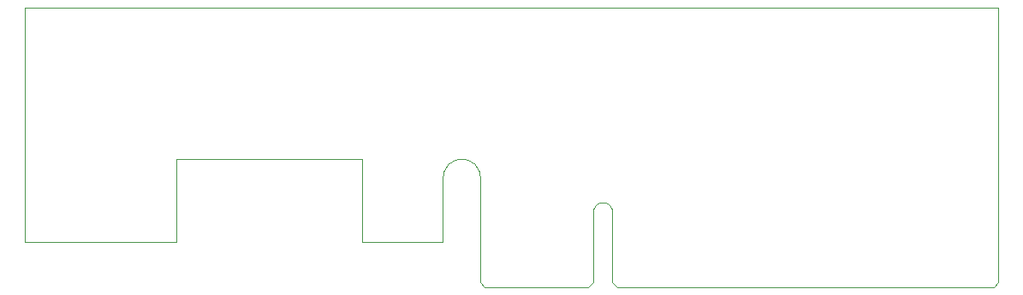
<source format=gm1>
G04*
G04 #@! TF.GenerationSoftware,Altium Limited,Altium Designer,19.0.4 (130)*
G04*
G04 Layer_Color=16711935*
%FSLAX25Y25*%
%MOIN*%
G70*
G01*
G75*
%ADD33C,0.00394*%
G36*
X0Y17717D02*
D01*
D02*
G37*
G36*
X179134Y0D02*
D01*
D02*
G37*
D33*
X228740Y29331D02*
X228613Y30299D01*
X228239Y31201D01*
X227645Y31975D01*
X226870Y32570D01*
X225968Y32943D01*
X225000Y33071D01*
X224032Y32943D01*
X223130Y32570D01*
X222355Y31975D01*
X221761Y31201D01*
X221387Y30299D01*
X221260Y29331D01*
X177165Y43012D02*
X177098Y43990D01*
X176899Y44950D01*
X176570Y45874D01*
X176119Y46745D01*
X175554Y47546D01*
X174884Y48263D01*
X174124Y48882D01*
X173286Y49391D01*
X172386Y49782D01*
X171442Y50047D01*
X170471Y50180D01*
X169490D01*
X168518Y50047D01*
X167574Y49782D01*
X166675Y49391D01*
X165837Y48882D01*
X165076Y48263D01*
X164407Y47546D01*
X163841Y46745D01*
X163390Y45874D01*
X163062Y44950D01*
X162862Y43990D01*
X162795Y43012D01*
X228740Y29331D02*
X228613Y30299D01*
X228239Y31201D01*
X227645Y31975D01*
X226870Y32570D01*
X225968Y32943D01*
X225000Y33071D01*
X224032Y32943D01*
X223130Y32570D01*
X222355Y31975D01*
X221761Y31201D01*
X221387Y30299D01*
X221260Y29331D01*
X177165Y43012D02*
X177098Y43990D01*
X176899Y44950D01*
X176570Y45874D01*
X176119Y46745D01*
X175554Y47546D01*
X174884Y48263D01*
X174124Y48882D01*
X173286Y49391D01*
X172386Y49782D01*
X171442Y50047D01*
X170471Y50180D01*
X169490D01*
X168518Y50047D01*
X167574Y49782D01*
X166675Y49391D01*
X165837Y48882D01*
X165076Y48263D01*
X164407Y47546D01*
X163841Y46745D01*
X163390Y45874D01*
X163062Y44950D01*
X162862Y43990D01*
X162795Y43012D01*
X0Y17752D02*
Y109076D01*
X131299Y17717D02*
X162795D01*
X379134Y1969D02*
Y50197D01*
X177165Y1969D02*
Y43012D01*
X179134Y-0D02*
X219291D01*
X221260Y1969D02*
Y29331D01*
X228740Y1969D02*
Y29331D01*
X230709Y-0D02*
X377165D01*
X177165Y1969D02*
X179134Y-0D01*
X219291D02*
X221260Y1969D01*
X228740D02*
X230709Y-0D01*
X377165D02*
X379134Y1969D01*
X131299Y17717D02*
Y50197D01*
X162795Y17717D02*
Y43012D01*
X59055Y50197D02*
X131299D01*
X59055Y17717D02*
Y50197D01*
X-0Y17717D02*
X59055D01*
X0Y109076D02*
X379134Y109076D01*
X377165Y-0D02*
X379134Y1969D01*
X228740D02*
X230709Y-0D01*
X219291D02*
X221260Y1969D01*
X177165D02*
X179134Y-0D01*
X230709D02*
X377165D01*
X228740Y1969D02*
Y29331D01*
X221260Y1969D02*
Y29331D01*
X179134Y-0D02*
X219291D01*
X177165Y1969D02*
Y43012D01*
X162795Y17717D02*
Y43012D01*
X131299Y17717D02*
X162795D01*
X131299D02*
Y50197D01*
X59055D02*
X131299D01*
X59055Y17717D02*
Y50197D01*
X-0Y17717D02*
X59055D01*
X379134Y1969D02*
Y109076D01*
M02*

</source>
